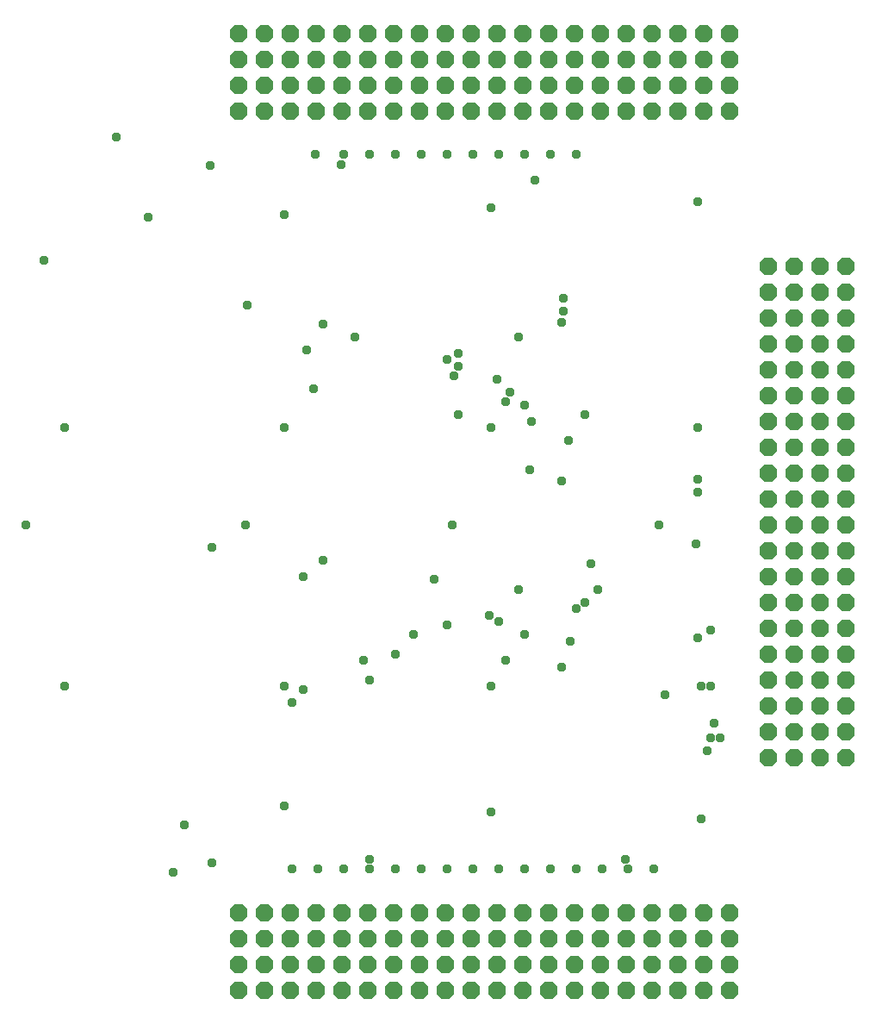
<source format=gbs>
G04 EAGLE Gerber RS-274X export*
G75*
%MOMM*%
%FSLAX34Y34*%
%LPD*%
%INSoldermask Bottom*%
%IPPOS*%
%AMOC8*
5,1,8,0,0,1.08239X$1,22.5*%
G01*
%ADD10P,1.869504X8X22.500000*%
%ADD11P,1.869504X8X202.500000*%
%ADD12P,1.869504X8X112.500000*%
%ADD13C,0.959600*%


D10*
X381000Y25400D03*
X381000Y50800D03*
X406400Y25400D03*
X406400Y50800D03*
X431800Y25400D03*
X431800Y50800D03*
X457200Y25400D03*
X457200Y50800D03*
X482600Y25400D03*
X482600Y50800D03*
X508000Y25400D03*
X508000Y50800D03*
X533400Y25400D03*
X533400Y50800D03*
X558800Y25400D03*
X558800Y50800D03*
X584200Y25400D03*
X584200Y50800D03*
X609600Y25400D03*
X609600Y50800D03*
X635000Y25400D03*
X635000Y50800D03*
X660400Y25400D03*
X660400Y50800D03*
X685800Y25400D03*
X685800Y50800D03*
X711200Y25400D03*
X711200Y50800D03*
X736600Y25400D03*
X736600Y50800D03*
X762000Y25400D03*
X762000Y50800D03*
X787400Y25400D03*
X787400Y50800D03*
X812800Y25400D03*
X812800Y50800D03*
X838200Y25400D03*
X838200Y50800D03*
X863600Y25400D03*
X863600Y50800D03*
X381000Y76200D03*
X381000Y101600D03*
X406400Y76200D03*
X406400Y101600D03*
X431800Y76200D03*
X431800Y101600D03*
X457200Y76200D03*
X457200Y101600D03*
X482600Y76200D03*
X482600Y101600D03*
X508000Y76200D03*
X508000Y101600D03*
X533400Y76200D03*
X533400Y101600D03*
X558800Y76200D03*
X558800Y101600D03*
X584200Y76200D03*
X584200Y101600D03*
X609600Y76200D03*
X609600Y101600D03*
X635000Y76200D03*
X635000Y101600D03*
X660400Y76200D03*
X660400Y101600D03*
X685800Y76200D03*
X685800Y101600D03*
X711200Y76200D03*
X711200Y101600D03*
X736600Y76200D03*
X736600Y101600D03*
X762000Y76200D03*
X762000Y101600D03*
X787400Y76200D03*
X787400Y101600D03*
X812800Y76200D03*
X812800Y101600D03*
X838200Y76200D03*
X838200Y101600D03*
X863600Y76200D03*
X863600Y101600D03*
D11*
X863600Y965200D03*
X863600Y939800D03*
X838200Y965200D03*
X838200Y939800D03*
X812800Y965200D03*
X812800Y939800D03*
X787400Y965200D03*
X787400Y939800D03*
X762000Y965200D03*
X762000Y939800D03*
X736600Y965200D03*
X736600Y939800D03*
X711200Y965200D03*
X711200Y939800D03*
X685800Y965200D03*
X685800Y939800D03*
X660400Y965200D03*
X660400Y939800D03*
X635000Y965200D03*
X635000Y939800D03*
X609600Y965200D03*
X609600Y939800D03*
X584200Y965200D03*
X584200Y939800D03*
X558800Y965200D03*
X558800Y939800D03*
X533400Y965200D03*
X533400Y939800D03*
X508000Y965200D03*
X508000Y939800D03*
X482600Y965200D03*
X482600Y939800D03*
X457200Y965200D03*
X457200Y939800D03*
X431800Y965200D03*
X431800Y939800D03*
X406400Y965200D03*
X406400Y939800D03*
X381000Y965200D03*
X381000Y939800D03*
D12*
X977900Y254000D03*
X952500Y254000D03*
X977900Y279400D03*
X952500Y279400D03*
X977900Y304800D03*
X952500Y304800D03*
X977900Y330200D03*
X952500Y330200D03*
X977900Y355600D03*
X952500Y355600D03*
X977900Y381000D03*
X952500Y381000D03*
X977900Y406400D03*
X952500Y406400D03*
X977900Y431800D03*
X952500Y431800D03*
X977900Y457200D03*
X952500Y457200D03*
X977900Y482600D03*
X952500Y482600D03*
X977900Y508000D03*
X952500Y508000D03*
X977900Y533400D03*
X952500Y533400D03*
X977900Y558800D03*
X952500Y558800D03*
X977900Y584200D03*
X952500Y584200D03*
X977900Y609600D03*
X952500Y609600D03*
X977900Y635000D03*
X952500Y635000D03*
X977900Y660400D03*
X952500Y660400D03*
X977900Y685800D03*
X952500Y685800D03*
X977900Y711200D03*
X952500Y711200D03*
X977900Y736600D03*
X952500Y736600D03*
D11*
X863600Y914400D03*
X863600Y889000D03*
X838200Y914400D03*
X838200Y889000D03*
X812800Y914400D03*
X812800Y889000D03*
X787400Y914400D03*
X787400Y889000D03*
X762000Y914400D03*
X762000Y889000D03*
X736600Y914400D03*
X736600Y889000D03*
X711200Y914400D03*
X711200Y889000D03*
X685800Y914400D03*
X685800Y889000D03*
X660400Y914400D03*
X660400Y889000D03*
X635000Y914400D03*
X635000Y889000D03*
X609600Y914400D03*
X609600Y889000D03*
X584200Y914400D03*
X584200Y889000D03*
X558800Y914400D03*
X558800Y889000D03*
X533400Y914400D03*
X533400Y889000D03*
X508000Y914400D03*
X508000Y889000D03*
X482600Y914400D03*
X482600Y889000D03*
X457200Y914400D03*
X457200Y889000D03*
X431800Y914400D03*
X431800Y889000D03*
X406400Y914400D03*
X406400Y889000D03*
X381000Y914400D03*
X381000Y889000D03*
D12*
X927100Y254000D03*
X901700Y254000D03*
X927100Y279400D03*
X901700Y279400D03*
X927100Y304800D03*
X901700Y304800D03*
X927100Y330200D03*
X901700Y330200D03*
X927100Y355600D03*
X901700Y355600D03*
X927100Y381000D03*
X901700Y381000D03*
X927100Y406400D03*
X901700Y406400D03*
X927100Y431800D03*
X901700Y431800D03*
X927100Y457200D03*
X901700Y457200D03*
X927100Y482600D03*
X901700Y482600D03*
X927100Y508000D03*
X901700Y508000D03*
X927100Y533400D03*
X901700Y533400D03*
X927100Y558800D03*
X901700Y558800D03*
X927100Y584200D03*
X901700Y584200D03*
X927100Y609600D03*
X901700Y609600D03*
X927100Y635000D03*
X901700Y635000D03*
X927100Y660400D03*
X901700Y660400D03*
X927100Y685800D03*
X901700Y685800D03*
X927100Y711200D03*
X901700Y711200D03*
X927100Y736600D03*
X901700Y736600D03*
D13*
X573088Y428625D03*
X463550Y447675D03*
X444500Y431800D03*
X788988Y144463D03*
X733425Y419100D03*
X763588Y144463D03*
X712788Y400050D03*
X738188Y144463D03*
X760413Y153988D03*
X720725Y406400D03*
X712788Y144463D03*
X706438Y368300D03*
X687388Y144463D03*
X698500Y342900D03*
X661988Y144463D03*
X661988Y374650D03*
X636588Y144463D03*
X636588Y387350D03*
X611188Y144463D03*
X627063Y393700D03*
X585788Y144463D03*
X585788Y384175D03*
X560388Y144463D03*
X552450Y374650D03*
X534988Y144463D03*
X534988Y355600D03*
X509588Y144463D03*
X503238Y349250D03*
X484188Y144463D03*
X509588Y153988D03*
X509588Y330200D03*
X458788Y144463D03*
X444500Y320675D03*
X433388Y144463D03*
X433388Y307975D03*
X800100Y315913D03*
X844550Y323850D03*
X847725Y287338D03*
X844550Y273050D03*
X841375Y260350D03*
X854075Y273050D03*
X315913Y141288D03*
X354013Y150813D03*
X354013Y460375D03*
X260350Y863600D03*
X793750Y482600D03*
X590550Y482600D03*
X387350Y482600D03*
X171450Y482600D03*
X189230Y742442D03*
X655638Y419100D03*
X655638Y666750D03*
X642938Y349250D03*
X642938Y603250D03*
X835025Y323850D03*
X835025Y193675D03*
X628650Y323850D03*
X628650Y200025D03*
X425450Y323850D03*
X425450Y206375D03*
X209550Y323850D03*
X327025Y187325D03*
X209550Y577850D03*
X292100Y784225D03*
X425450Y577850D03*
X425450Y787400D03*
X628650Y577850D03*
X628650Y793750D03*
X831850Y577850D03*
X831850Y800100D03*
X727075Y444500D03*
X704850Y565150D03*
X720725Y590550D03*
X668338Y584200D03*
X712788Y846138D03*
X661988Y600075D03*
X687388Y846138D03*
X647700Y612775D03*
X661988Y846138D03*
X635000Y625475D03*
X636588Y846138D03*
X596900Y638175D03*
X611188Y846138D03*
X596900Y650875D03*
X585788Y846138D03*
X585788Y644525D03*
X560388Y846138D03*
X592138Y628650D03*
X534988Y846138D03*
X596900Y590550D03*
X509588Y846138D03*
X454025Y615950D03*
X484188Y846138D03*
X495300Y666750D03*
X481013Y836613D03*
X447675Y654050D03*
X463550Y679450D03*
X388938Y698500D03*
X700088Y692150D03*
X700088Y704850D03*
X698500Y681038D03*
X671513Y820738D03*
X352425Y835025D03*
X831850Y527050D03*
X831850Y514350D03*
X830263Y463550D03*
X844550Y379413D03*
X698500Y525463D03*
X831850Y371475D03*
X666750Y536575D03*
X455613Y846138D03*
M02*

</source>
